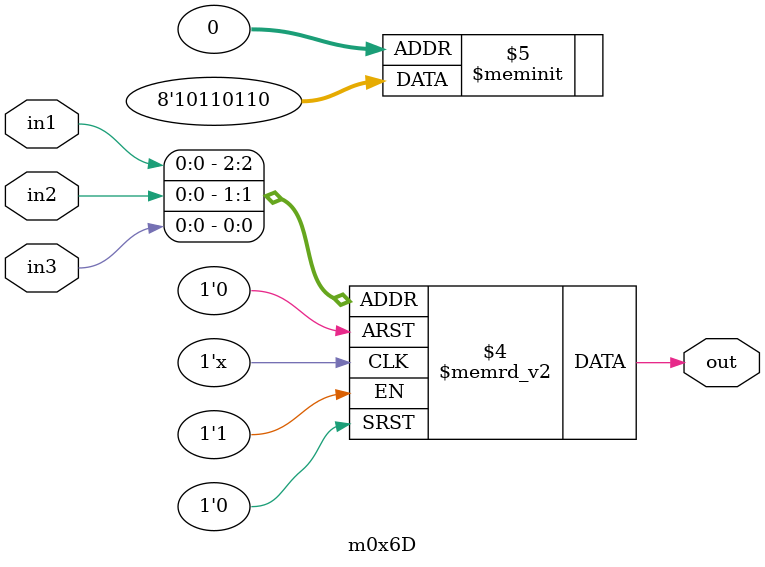
<source format=v>
module m0x6D(output out, input in1, in2, in3);

   always @(in1, in2, in3)
     begin
        case({in1, in2, in3})
          3'b000: {out} = 1'b0;
          3'b001: {out} = 1'b1;
          3'b010: {out} = 1'b1;
          3'b011: {out} = 1'b0;
          3'b100: {out} = 1'b1;
          3'b101: {out} = 1'b1;
          3'b110: {out} = 1'b0;
          3'b111: {out} = 1'b1;
        endcase // case ({in1, in2, in3})
     end // always @ (in1, in2, in3)

endmodule // m0x6D
</source>
